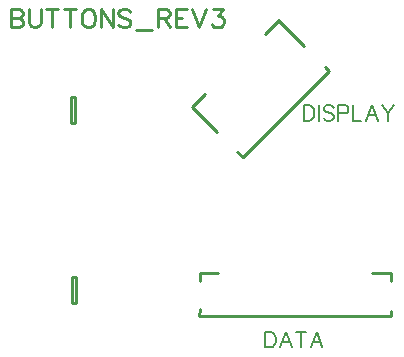
<source format=gto>
G04 DipTrace 2.4.0.2*
%INTopSilk.gbr*%
%MOIN*%
%ADD10C,0.0098*%
%ADD40C,0.0077*%
%ADD41C,0.0093*%
%FSLAX44Y44*%
G04*
G70*
G90*
G75*
G01*
%LNTopSilk*%
%LPD*%
X15199Y12477D2*
D10*
X15376Y12300D1*
X18261Y15185D1*
X18127Y15319D1*
X17419Y16027D2*
X16585Y16861D1*
X16134Y16421D2*
X16580Y16866D1*
X14534Y13141D2*
X13700Y13976D1*
X13695Y13981D2*
X14140Y14426D1*
X9693Y7443D2*
X9818D1*
Y8318D1*
X9693D1*
Y7443D1*
X9668Y13443D2*
X9793D1*
Y14318D1*
X9668D1*
Y13443D1*
X13943Y7250D2*
X13940Y7000D1*
X20320D1*
X20317D2*
Y7188D1*
Y8187D2*
Y8438D1*
X19693D2*
X20317D1*
X13943Y8187D2*
Y8438D1*
X14567D1*
X17431Y14030D2*
D40*
Y13528D1*
X17599D1*
X17671Y13552D1*
X17719Y13600D1*
X17743Y13648D1*
X17766Y13719D1*
Y13839D1*
X17743Y13911D1*
X17719Y13959D1*
X17671Y14007D1*
X17599Y14030D1*
X17431D1*
X17921D2*
Y13528D1*
X18410Y13959D2*
X18363Y14007D1*
X18291Y14030D1*
X18195D1*
X18123Y14007D1*
X18075Y13959D1*
Y13911D1*
X18099Y13863D1*
X18123Y13839D1*
X18171Y13815D1*
X18314Y13767D1*
X18363Y13744D1*
X18386Y13719D1*
X18410Y13672D1*
Y13600D1*
X18363Y13552D1*
X18291Y13528D1*
X18195D1*
X18123Y13552D1*
X18075Y13600D1*
X18564Y13767D2*
X18780D1*
X18851Y13791D1*
X18876Y13815D1*
X18899Y13863D1*
Y13935D1*
X18876Y13982D1*
X18851Y14007D1*
X18780Y14030D1*
X18564D1*
Y13528D1*
X19054Y14030D2*
Y13528D1*
X19341D1*
X19878D2*
X19686Y14030D1*
X19495Y13528D1*
X19567Y13696D2*
X19806D1*
X20032Y14030D2*
X20224Y13791D1*
Y13528D1*
X20415Y14030D2*
X20224Y13791D1*
X16141Y6470D2*
Y5968D1*
X16309D1*
X16381Y5992D1*
X16429Y6040D1*
X16453Y6088D1*
X16476Y6159D1*
Y6279D1*
X16453Y6351D1*
X16429Y6399D1*
X16381Y6447D1*
X16309Y6470D1*
X16141D1*
X17014Y5968D2*
X16822Y6470D1*
X16631Y5968D1*
X16703Y6136D2*
X16942D1*
X17336Y6470D2*
Y5968D1*
X17168Y6470D2*
X17503D1*
X18041Y5968D2*
X17849Y6470D1*
X17657Y5968D1*
X17729Y6136D2*
X17969D1*
X7659Y17237D2*
D41*
Y16634D1*
X7918D1*
X8004Y16663D1*
X8033Y16691D1*
X8061Y16748D1*
Y16835D1*
X8033Y16892D1*
X8004Y16921D1*
X7918Y16949D1*
X8004Y16979D1*
X8033Y17007D1*
X8061Y17064D1*
Y17122D1*
X8033Y17179D1*
X8004Y17208D1*
X7918Y17237D1*
X7659D1*
Y16949D2*
X7918D1*
X8246Y17237D2*
Y16806D1*
X8275Y16720D1*
X8333Y16663D1*
X8419Y16634D1*
X8476D1*
X8562Y16663D1*
X8620Y16720D1*
X8648Y16806D1*
Y17237D1*
X9034D2*
Y16634D1*
X8834Y17237D2*
X9235D1*
X9622D2*
Y16634D1*
X9421Y17237D2*
X9823D1*
X10180D2*
X10123Y17208D1*
X10066Y17150D1*
X10036Y17093D1*
X10008Y17007D1*
Y16863D1*
X10036Y16778D1*
X10066Y16720D1*
X10123Y16663D1*
X10180Y16634D1*
X10295D1*
X10352Y16663D1*
X10410Y16720D1*
X10438Y16778D1*
X10467Y16863D1*
Y17007D1*
X10438Y17093D1*
X10410Y17150D1*
X10352Y17208D1*
X10295Y17237D1*
X10180D1*
X11054D2*
Y16634D1*
X10652Y17237D1*
Y16634D1*
X11641Y17150D2*
X11584Y17208D1*
X11498Y17237D1*
X11383D1*
X11297Y17208D1*
X11239Y17150D1*
Y17093D1*
X11269Y17036D1*
X11297Y17007D1*
X11354Y16979D1*
X11527Y16921D1*
X11584Y16892D1*
X11613Y16863D1*
X11641Y16806D1*
Y16720D1*
X11584Y16663D1*
X11498Y16634D1*
X11383D1*
X11297Y16663D1*
X11239Y16720D1*
X11827Y16534D2*
X12372D1*
X12557Y16949D2*
X12815D1*
X12901Y16979D1*
X12930Y17007D1*
X12959Y17064D1*
Y17122D1*
X12930Y17179D1*
X12901Y17208D1*
X12815Y17237D1*
X12557D1*
Y16634D1*
X12758Y16949D2*
X12959Y16634D1*
X13517Y17237D2*
X13144D1*
Y16634D1*
X13517D1*
X13144Y16949D2*
X13374D1*
X13702Y17237D2*
X13932Y16634D1*
X14161Y17237D1*
X14404Y17236D2*
X14719D1*
X14547Y17006D1*
X14634D1*
X14691Y16978D1*
X14719Y16949D1*
X14748Y16863D1*
Y16806D1*
X14719Y16720D1*
X14662Y16662D1*
X14576Y16634D1*
X14490D1*
X14404Y16662D1*
X14376Y16691D1*
X14346Y16748D1*
M02*

</source>
